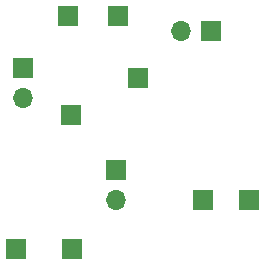
<source format=gbr>
%TF.GenerationSoftware,KiCad,Pcbnew,8.0.4*%
%TF.CreationDate,2024-09-13T17:59:23-07:00*%
%TF.ProjectId,powerTest,706f7765-7254-4657-9374-2e6b69636164,rev?*%
%TF.SameCoordinates,Original*%
%TF.FileFunction,Soldermask,Bot*%
%TF.FilePolarity,Negative*%
%FSLAX46Y46*%
G04 Gerber Fmt 4.6, Leading zero omitted, Abs format (unit mm)*
G04 Created by KiCad (PCBNEW 8.0.4) date 2024-09-13 17:59:23*
%MOMM*%
%LPD*%
G01*
G04 APERTURE LIST*
%ADD10R,1.700000X1.700000*%
%ADD11O,1.700000X1.700000*%
G04 APERTURE END LIST*
D10*
%TO.C,J9*%
X101250000Y-100900000D03*
%TD*%
%TO.C,J1*%
X113040000Y-93775000D03*
D11*
X110500000Y-93775000D03*
%TD*%
D10*
%TO.C,J8*%
X105200000Y-92500000D03*
%TD*%
%TO.C,J5*%
X106900000Y-97750000D03*
%TD*%
%TO.C,J2*%
X105000000Y-105500000D03*
D11*
X105000000Y-108040000D03*
%TD*%
D10*
%TO.C,J3*%
X97200000Y-96900000D03*
D11*
X97200000Y-99440000D03*
%TD*%
D10*
%TO.C,J6*%
X101300000Y-112200000D03*
%TD*%
%TO.C,J11*%
X96600000Y-112200000D03*
%TD*%
%TO.C,J4*%
X112400000Y-108050000D03*
%TD*%
%TO.C,J10*%
X116300000Y-108050000D03*
%TD*%
%TO.C,J7*%
X101000000Y-92500000D03*
%TD*%
M02*

</source>
